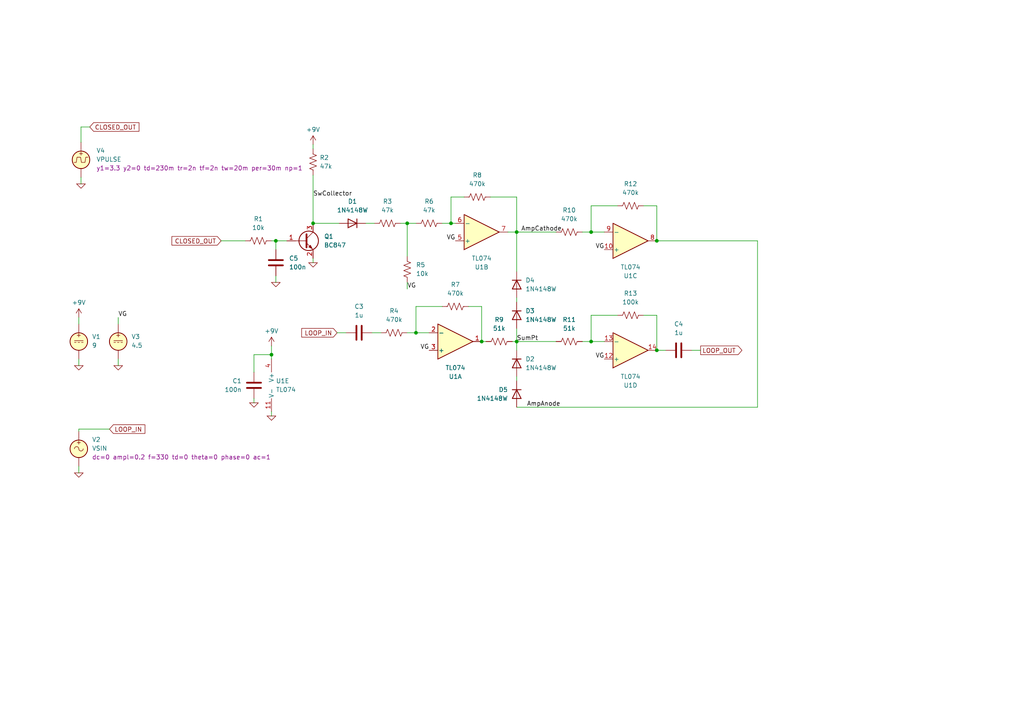
<source format=kicad_sch>
(kicad_sch (version 20250114) (generator "eeschema") (generator_version "9.0")
  (paper "A4")
  (lib_symbols
    (symbol "Amplifier_Operational:TL074" (pin_names (offset 0.127))
      (property "Reference" "U" (at 0 5.08 0))
      (property "Value" "TL074" (at 0 -5.08 0))
      (symbol "TL074_1_1"
        (polyline (pts (xy -5.08 5.08) (xy 5.08 0) (xy -5.08 -5.08) (xy -5.08 5.08)) (stroke (width 0.254)) (fill (type background)))
        (pin input line (at -7.62 2.54 0) (length 2.54) (name "+") (number "3"))
        (pin input line (at -7.62 -2.54 0) (length 2.54) (name "-") (number "2"))
        (pin output line (at 7.62 0 180) (length 2.54) (name "~") (number "1"))
      )
      (symbol "TL074_2_1"
        (polyline (pts (xy -5.08 5.08) (xy 5.08 0) (xy -5.08 -5.08) (xy -5.08 5.08)) (stroke (width 0.254)) (fill (type background)))
        (pin input line (at -7.62 2.54 0) (length 2.54) (name "+") (number "5"))
        (pin input line (at -7.62 -2.54 0) (length 2.54) (name "-") (number "6"))
        (pin output line (at 7.62 0 180) (length 2.54) (name "~") (number "7"))
      )
      (symbol "TL074_3_1"
        (polyline (pts (xy -5.08 5.08) (xy 5.08 0) (xy -5.08 -5.08) (xy -5.08 5.08)) (stroke (width 0.254)) (fill (type background)))
        (pin input line (at -7.62 2.54 0) (length 2.54) (name "+") (number "10"))
        (pin input line (at -7.62 -2.54 0) (length 2.54) (name "-") (number "9"))
        (pin output line (at 7.62 0 180) (length 2.54) (name "~") (number "8"))
      )
      (symbol "TL074_4_1"
        (polyline (pts (xy -5.08 5.08) (xy 5.08 0) (xy -5.08 -5.08) (xy -5.08 5.08)) (stroke (width 0.254)) (fill (type background)))
        (pin input line (at -7.62 2.54 0) (length 2.54) (name "+") (number "12"))
        (pin input line (at -7.62 -2.54 0) (length 2.54) (name "-") (number "13"))
        (pin output line (at 7.62 0 180) (length 2.54) (name "~") (number "14"))
      )
      (symbol "TL074_5_1"
        (pin power_in line (at -2.54 7.62 270) (length 3.81) (name "V+") (number "4"))
        (pin power_in line (at -2.54 -7.62 90) (length 3.81) (name "V-") (number "11"))
      )
    )
    (symbol "Device:C" (pin_numbers (hide yes)) (pin_names (offset 0.254))
      (property "Reference" "C" (at 0.635 2.54 0))
      (property "Value" "C" (at 0.635 -2.54 0))
      (symbol "C_0_1"
        (polyline (pts (xy -2.032 0.762) (xy 2.032 0.762)) (stroke (width 0.508)))
        (polyline (pts (xy -2.032 -0.762) (xy 2.032 -0.762)) (stroke (width 0.508)))
      )
      (symbol "C_1_1"
        (pin passive line (at 0 3.81 270) (length 2.794) (name "~") (number "1"))
        (pin passive line (at 0 -3.81 90) (length 2.794) (name "~") (number "2"))
      )
    )
    (symbol "Device:R_US" (pin_numbers (hide yes)) (pin_names (offset 0))
      (property "Reference" "R" (at 2.54 0 90))
      (property "Value" "R_US" (at -2.54 0 90))
      (symbol "R_US_0_1"
        (polyline (pts (xy 0 2.286) (xy 0 2.54)))
        (polyline (pts (xy 0 2.286) (xy 1.016 1.905) (xy 0 1.524) (xy -1.016 1.143) (xy 0 0.762)))
        (polyline (pts (xy 0 0.762) (xy 1.016 0.381) (xy 0 0) (xy -1.016 -0.381) (xy 0 -0.762)))
        (polyline (pts (xy 0 -0.762) (xy 1.016 -1.143) (xy 0 -1.524) (xy -1.016 -1.905) (xy 0 -2.286)))
        (polyline (pts (xy 0 -2.286) (xy 0 -2.54)))
      )
      (symbol "R_US_1_1"
        (pin passive line (at 0 3.81 270) (length 1.27) (name "~") (number "1"))
        (pin passive line (at 0 -3.81 90) (length 1.27) (name "~") (number "2"))
      )
    )
    (symbol "Diode:1N4148W" (pin_numbers (hide yes)) (pin_names (hide yes))
      (property "Reference" "D" (at 0 2.54 0))
      (property "Value" "1N4148W" (at 0 -2.54 0))
      (symbol "1N4148W_0_1"
        (polyline (pts (xy -1.27 1.27) (xy -1.27 -1.27)) (stroke (width 0.254)))
        (polyline (pts (xy 1.27 1.27) (xy 1.27 -1.27) (xy -1.27 0) (xy 1.27 1.27)) (stroke (width 0.254)))
        (polyline (pts (xy 1.27 0) (xy -1.27 0)))
      )
      (symbol "1N4148W_1_1"
        (pin passive line (at -3.81 0 0) (length 2.54) (name "K") (number "1"))
        (pin passive line (at 3.81 0 180) (length 2.54) (name "A") (number "2"))
      )
    )
    (symbol "PCM_4ms_Power-symbol:+9V" (power) (pin_names (offset 0))
      (property "Value" "+9V" (at 0 3.556 0))
      (symbol "+9V_0_1"
        (polyline (pts (xy -0.762 1.27) (xy 0 2.54)))
        (polyline (pts (xy 0 2.54) (xy 0.762 1.27)))
        (polyline (pts (xy 0 0) (xy 0 2.54)))
      )
      (symbol "+9V_1_1"
        (pin power_in line (at 0 0 90) (length 0) (hide yes) (name "+9V") (number "1"))
      )
    )
    (symbol "Simulation_SPICE:0" (power) (pin_numbers (hide yes)) (pin_names (offset 0) (hide yes))
      (symbol "0_0_1"
        (polyline (pts (xy -1.27 0) (xy 0 -1.27) (xy 1.27 0) (xy -1.27 0)))
      )
      (symbol "0_1_1"
        (pin power_in line (at 0 0 0) (length 0) (name "~") (number "1"))
      )
    )
    (symbol "Simulation_SPICE:VDC" (pin_numbers (hide yes)) (pin_names (offset 0.0254))
      (property "Reference" "V" (at 2.54 2.54 0))
      (property "Value" "1" (at 2.54 0 0))
      (symbol "VDC_0_0"
        (polyline (pts (xy -1.27 0.254) (xy 1.27 0.254)))
        (polyline (pts (xy -0.762 -0.254) (xy -1.27 -0.254)))
        (polyline (pts (xy 0.254 -0.254) (xy -0.254 -0.254)))
        (polyline (pts (xy 1.27 -0.254) (xy 0.762 -0.254)))
        (text "+" (at 0 1.905 0) (effects (font (size 1.27 1.27))))
      )
      (symbol "VDC_0_1"
        (circle (center 0 0) (radius 2.54) (stroke (width 0.254)) (fill (type background)))
      )
      (symbol "VDC_1_1"
        (pin passive line (at 0 5.08 270) (length 2.54) (name "~") (number "1"))
        (pin passive line (at 0 -5.08 90) (length 2.54) (name "~") (number "2"))
      )
    )
    (symbol "Simulation_SPICE:VPULSE" (pin_numbers (hide yes)) (pin_names (offset 0.0254))
      (property "Reference" "V" (at 2.54 2.54 0))
      (property "Value" "VPULSE" (at 2.54 0 0))
      (property "Sim.Params" "y1=0 y2=1 td=2n tr=2n tf=2n tw=50n per=100n" (at 2.54 -2.54 0))
      (symbol "VPULSE_0_0"
        (polyline (pts (xy -2.032 -0.762) (xy -1.397 -0.762) (xy -1.143 0.762) (xy -0.127 0.762) (xy 0.127 -0.762) (xy 1.143 -0.762) (xy 1.397 0.762) (xy 2.032 0.762)))
        (text "+" (at 0 1.905 0) (effects (font (size 1.27 1.27))))
      )
      (symbol "VPULSE_0_1"
        (circle (center 0 0) (radius 2.54) (stroke (width 0.254)) (fill (type background)))
      )
      (symbol "VPULSE_1_1"
        (pin passive line (at 0 5.08 270) (length 2.54) (name "~") (number "1"))
        (pin passive line (at 0 -5.08 90) (length 2.54) (name "~") (number "2"))
      )
    )
    (symbol "Simulation_SPICE:VSIN" (pin_numbers (hide yes)) (pin_names (offset 0.0254))
      (property "Reference" "V" (at 2.54 2.54 0))
      (property "Value" "VSIN" (at 2.54 0 0))
      (property "Sim.Params" "dc=0 ampl=1 f=1k ac=1" (at 2.54 -2.54 0))
      (symbol "VSIN_0_0"
        (arc (start -1.27 0) (mid -0.635 0.6323) (end 0 0))
        (arc (start 1.27 0) (mid 0.635 -0.6323) (end 0 0))
        (text "+" (at 0 1.905 0) (effects (font (size 1.27 1.27))))
      )
      (symbol "VSIN_0_1"
        (circle (center 0 0) (radius 2.54) (stroke (width 0.254)) (fill (type background)))
      )
      (symbol "VSIN_1_1"
        (pin passive line (at 0 5.08 270) (length 2.54) (name "~") (number "1"))
        (pin passive line (at 0 -5.08 90) (length 2.54) (name "~") (number "2"))
      )
    )
    (symbol "Transistor_BJT:BC847" (pin_names (offset 0) (hide yes))
      (property "Reference" "Q" (at 5.08 1.905 0))
      (property "Value" "BC847" (at 5.08 0 0))
      (symbol "BC847_0_1"
        (polyline (pts (xy -2.54 0) (xy 0.635 0)))
        (polyline (pts (xy 0.635 1.905) (xy 0.635 -1.905)) (stroke (width 0.508)))
        (circle (center 1.27 0) (radius 2.8194) (stroke (width 0.254)))
      )
      (symbol "BC847_1_1"
        (polyline (pts (xy 0.635 0.635) (xy 2.54 2.54)))
        (polyline (pts (xy 0.635 -0.635) (xy 2.54 -2.54)))
        (polyline (pts (xy 1.27 -1.778) (xy 1.778 -1.27) (xy 2.286 -2.286) (xy 1.27 -1.778)) (fill (type outline)))
        (pin input line (at -5.08 0 0) (length 2.54) (name "B") (number "1"))
        (pin passive line (at 2.54 5.08 270) (length 2.54) (name "C") (number "3"))
        (pin passive line (at 2.54 -5.08 90) (length 2.54) (name "E") (number "2"))
      )
    )
  )
  (junction (at 171.45 99.06))
  (junction (at 130.81 64.77))
  (junction (at 90.805 64.77))
  (junction (at 78.74 102.87))
  (junction (at 80.01 69.85))
  (junction (at 120.65 96.52))
  (junction (at 149.86 67.31))
  (junction (at 190.5 69.85))
  (junction (at 139.7 99.06))
  (junction (at 149.86 99.06))
  (junction (at 118.11 64.77))
  (junction (at 171.45 67.31))
  (junction (at 190.5 101.6))
  (wire (pts (xy 171.45 67.31) (xy 175.26 67.31)))
  (wire (pts (xy 134.62 57.15) (xy 130.81 57.15)))
  (wire (pts (xy 120.65 88.9) (xy 120.65 96.52)))
  (wire (pts (xy 80.01 69.85) (xy 80.01 72.39)))
  (wire (pts (xy 149.86 67.31) (xy 161.29 67.31)))
  (wire (pts (xy 128.27 64.77) (xy 130.81 64.77)))
  (wire (pts (xy 78.74 102.87) (xy 78.74 104.14)))
  (wire (pts (xy 90.805 50.8) (xy 90.805 64.77)))
  (wire (pts (xy 149.86 67.31) (xy 149.86 78.74)))
  (wire (pts (xy 118.11 96.52) (xy 120.65 96.52)))
  (wire (pts (xy 22.86 104.14) (xy 22.86 106.045)))
  (wire (pts (xy 78.74 100.33) (xy 78.74 102.87)))
  (wire (pts (xy 90.805 41.91) (xy 90.805 43.18)))
  (wire (pts (xy 147.32 67.31) (xy 149.86 67.31)))
  (wire (pts (xy 73.66 102.87) (xy 78.74 102.87)))
  (wire (pts (xy 149.86 95.25) (xy 149.86 99.06)))
  (wire (pts (xy 135.89 88.9) (xy 139.7 88.9)))
  (wire (pts (xy 190.5 69.85) (xy 219.71 69.85)))
  (wire (pts (xy 118.11 64.77) (xy 120.65 64.77)))
  (wire (pts (xy 149.86 109.22) (xy 149.86 110.49)))
  (wire (pts (xy 26.035 36.83) (xy 23.495 36.83)))
  (wire (pts (xy 148.59 99.06) (xy 149.86 99.06)))
  (wire (pts (xy 168.91 99.06) (xy 171.45 99.06)))
  (wire (pts (xy 22.86 135.255) (xy 22.86 137.16)))
  (wire (pts (xy 171.45 91.44) (xy 171.45 99.06)))
  (wire (pts (xy 128.27 88.9) (xy 120.65 88.9)))
  (wire (pts (xy 118.11 64.77) (xy 118.11 74.295)))
  (wire (pts (xy 23.495 51.435) (xy 23.495 53.34)))
  (wire (pts (xy 219.71 118.11) (xy 149.86 118.11)))
  (wire (pts (xy 139.7 88.9) (xy 139.7 99.06)))
  (wire (pts (xy 107.95 96.52) (xy 110.49 96.52)))
  (wire (pts (xy 64.135 69.85) (xy 71.12 69.85)))
  (wire (pts (xy 22.86 124.46) (xy 22.86 125.095)))
  (wire (pts (xy 149.86 99.06) (xy 149.86 101.6)))
  (wire (pts (xy 120.65 96.52) (xy 124.46 96.52)))
  (wire (pts (xy 90.805 64.77) (xy 98.425 64.77)))
  (wire (pts (xy 179.07 59.69) (xy 171.45 59.69)))
  (wire (pts (xy 179.07 91.44) (xy 171.45 91.44)))
  (wire (pts (xy 31.75 124.46) (xy 22.86 124.46)))
  (wire (pts (xy 219.71 69.85) (xy 219.71 118.11)))
  (wire (pts (xy 149.86 86.36) (xy 149.86 87.63)))
  (wire (pts (xy 78.74 69.85) (xy 80.01 69.85)))
  (wire (pts (xy 168.91 67.31) (xy 171.45 67.31)))
  (wire (pts (xy 34.29 92.075) (xy 34.29 93.98)))
  (wire (pts (xy 23.495 36.83) (xy 23.495 41.275)))
  (wire (pts (xy 149.86 57.15) (xy 149.86 67.31)))
  (wire (pts (xy 186.69 59.69) (xy 190.5 59.69)))
  (wire (pts (xy 130.81 64.77) (xy 132.08 64.77)))
  (wire (pts (xy 22.86 92.075) (xy 22.86 93.98)))
  (wire (pts (xy 190.5 101.6) (xy 193.04 101.6)))
  (wire (pts (xy 90.805 74.93) (xy 90.805 76.2)))
  (wire (pts (xy 97.79 96.52) (xy 100.33 96.52)))
  (wire (pts (xy 142.24 57.15) (xy 149.86 57.15)))
  (wire (pts (xy 34.29 104.14) (xy 34.29 106.045)))
  (wire (pts (xy 118.11 81.915) (xy 118.11 83.82)))
  (wire (pts (xy 106.045 64.77) (xy 108.585 64.77)))
  (wire (pts (xy 171.45 59.69) (xy 171.45 67.31)))
  (wire (pts (xy 116.205 64.77) (xy 118.11 64.77)))
  (wire (pts (xy 80.01 69.85) (xy 83.185 69.85)))
  (wire (pts (xy 80.01 80.01) (xy 80.01 81.915)))
  (wire (pts (xy 171.45 99.06) (xy 175.26 99.06)))
  (wire (pts (xy 190.5 59.69) (xy 190.5 69.85)))
  (wire (pts (xy 73.66 107.95) (xy 73.66 102.87)))
  (wire (pts (xy 78.74 119.38) (xy 78.74 120.65)))
  (wire (pts (xy 190.5 91.44) (xy 190.5 101.6)))
  (wire (pts (xy 130.81 57.15) (xy 130.81 64.77)))
  (wire (pts (xy 139.7 99.06) (xy 140.97 99.06)))
  (wire (pts (xy 73.66 115.57) (xy 73.66 116.84)))
  (wire (pts (xy 149.86 99.06) (xy 161.29 99.06)))
  (wire (pts (xy 200.66 101.6) (xy 203.2 101.6)))
  (wire (pts (xy 186.69 91.44) (xy 190.5 91.44)))
  (label "VG" (at 175.26 104.14 180))
  (label "SumPt" (at 149.86 99.06 0))
  (label "VG" (at 175.26 72.39 180))
  (label "VG" (at 118.11 83.82 0))
  (label "VG" (at 132.08 69.85 180) (effects (font (thickness 0.1588))))
  (label "AmpAnode" (at 162.56 118.11 180) (effects (font (thickness 0.1588))))
  (label "AmpCathode" (at 151.13 67.31 0))
  (label "SwCollector" (at 90.805 57.15 0))
  (label "VG" (at 34.29 92.075 0))
  (label "VG" (at 124.46 101.6 180))
  (global_label "CLOSED_OUT" (shape input) (at 64.135 69.85 180) (property "Intersheetrefs" "${INTERSHEET_REFS}" (effects (hide yes))))
  (global_label "LOOP_IN" (shape input) (at 31.75 124.46 0) (property "Intersheetrefs" "${INTERSHEET_REFS}" (effects (hide yes))))
  (global_label "CLOSED_OUT" (shape input) (at 26.035 36.83 0) (property "Intersheetrefs" "${INTERSHEET_REFS}" (effects (hide yes))))
  (global_label "LOOP_IN" (shape input) (at 97.79 96.52 180) (property "Intersheetrefs" "${INTERSHEET_REFS}" (effects (hide yes))))
  (global_label "LOOP_OUT" (shape output) (at 203.2 101.6 0) (property "Intersheetrefs" "${INTERSHEET_REFS}" (effects (hide yes))))
  (symbol (lib_id "Device:R_US") (at 165.1 99.06 90) (unit 1)
    (property "Reference" "R11" (at 165.1 92.71 90))
    (property "Value" "51k" (at 165.1 95.25 90))
    (property "Footprint" "Resistor_SMD:R_0805_2012Metric" (effects (hide yes)))
    (property "Description" "Resistor, US symbol" (effects (hide yes)))
  )
  (symbol (lib_id "Diode:1N4148W") (at 149.86 82.55 270) (unit 1)
    (property "Reference" "D4" (at 152.4 81.2799 90) (effects (justify left)))
    (property "Value" "1N4148W" (at 152.4 83.8199 90) (effects (justify left)))
    (property "Footprint" "Diode_SMD:D_SOD-123" (effects (hide yes)))
    (property "Datasheet" "https://www.vishay.com/docs/85748/1n4148w.pdf" (effects (hide yes)))
    (property "Description" "75V 0.15A Fast Switching Diode, SOD-123" (effects (hide yes)))
    (property "Sim.Device" "SUBCKT" (effects (hide yes)))
    (property "Sim.Pins" "1=1 2=2" (effects (hide yes)))
    (property "Sim.Library" "1N4148.lib" (effects (hide yes)))
    (property "Sim.Name" "1N4148" (effects (hide yes)))
  )
  (symbol (lib_id "Diode:1N4148W") (at 149.86 91.44 270) (unit 1)
    (property "Reference" "D3" (at 152.4 90.1699 90) (effects (justify left)))
    (property "Value" "1N4148W" (at 152.4 92.7099 90) (effects (justify left)))
    (property "Footprint" "Diode_SMD:D_SOD-123" (effects (hide yes)))
    (property "Datasheet" "https://www.vishay.com/docs/85748/1n4148w.pdf" (effects (hide yes)))
    (property "Description" "75V 0.15A Fast Switching Diode, SOD-123" (effects (hide yes)))
    (property "Sim.Device" "SUBCKT" (effects (hide yes)))
    (property "Sim.Pins" "1=1 2=2" (effects (hide yes)))
    (property "Sim.Library" "1N4148.lib" (effects (hide yes)))
    (property "Sim.Name" "1N4148" (effects (hide yes)))
  )
  (symbol (lib_id "Device:R_US") (at 90.805 46.99 0) (unit 1)
    (property "Reference" "R2" (at 92.71 45.7199 0) (effects (justify left)))
    (property "Value" "47k" (at 92.71 48.2599 0) (effects (justify left)))
    (property "Footprint" "Resistor_SMD:R_0805_2012Metric" (effects (hide yes)))
    (property "Description" "Resistor, US symbol" (effects (hide yes)))
  )
  (symbol (lib_id "Device:R_US") (at 165.1 67.31 90) (unit 1)
    (property "Reference" "R10" (at 165.1 60.96 90))
    (property "Value" "470k" (at 165.1 63.5 90))
    (property "Footprint" "Resistor_SMD:R_0805_2012Metric" (effects (hide yes)))
    (property "Description" "Resistor, US symbol" (effects (hide yes)))
  )
  (symbol (lib_id "Amplifier_Operational:TL074") (at 139.7 67.31 0) (mirror x) (unit 2)
    (property "Reference" "U1" (at 139.7 77.47 0))
    (property "Value" "TL074" (at 139.7 74.93 0))
    (property "Datasheet" "http://www.ti.com/lit/ds/symlink/tl071.pdf" (effects (hide yes)))
    (property "Description" "Quad Low-Noise JFET-Input Operational Amplifiers, DIP-14/SOIC-14" (effects (hide yes)))
    (property "Sim.Library" "tl074-quad.cir" (effects (hide yes)))
    (property "Sim.Name" "TL074c" (effects (hide yes)))
    (property "Sim.Device" "SUBCKT" (effects (hide yes)))
    (property "Sim.Pins" "1=1 2=2 3=3 4=4 5=5 6=6 7=7 8=8 9=9 10=10 11=11 12=12 13=13 14=14" (effects (hide yes)))
  )
  (symbol (lib_id "Device:C") (at 73.66 111.76 0) (unit 1)
    (property "Reference" "C1" (at 70.104 110.4899 0) (effects (justify right)))
    (property "Value" "100n" (at 70.104 113.0299 0) (effects (justify right)))
    (property "Footprint" "Capacitor_SMD:C_0805_2012Metric" (effects (hide yes)))
    (property "Description" "Unpolarized capacitor" (effects (hide yes)))
  )
  (symbol (lib_id "Device:R_US") (at 114.3 96.52 90) (unit 1)
    (property "Reference" "R4" (at 114.3 90.17 90))
    (property "Value" "470k" (at 114.3 92.71 90))
    (property "Footprint" "Resistor_SMD:R_0805_2012Metric" (effects (hide yes)))
    (property "Description" "Resistor, US symbol" (effects (hide yes)))
  )
  (symbol (lib_id "Device:R_US") (at 74.93 69.85 90) (unit 1)
    (property "Reference" "R1" (at 74.93 63.5 90))
    (property "Value" "10k" (at 74.93 66.04 90))
    (property "Footprint" "Resistor_SMD:R_0805_2012Metric" (effects (hide yes)))
    (property "Description" "Resistor, US symbol" (effects (hide yes)))
  )
  (symbol (lib_id "Simulation_SPICE:VSIN") (at 22.86 130.175 0) (unit 1)
    (property "Reference" "V2" (at 26.67 127.5051 0) (effects (justify left)))
    (property "Value" "VSIN" (at 26.67 130.0451 0) (effects (justify left)))
    (property "Datasheet" "https://ngspice.sourceforge.io/docs/ngspice-html-manual/manual.xhtml#sec_Independent_Sources_for" (effects (hide yes)))
    (property "Description" "Voltage source, sinusoidal" (effects (hide yes)))
    (property "Sim.Pins" "1=+ 2=-" (effects (hide yes)))
    (property "Sim.Params" "dc=0 ampl=0.2 f=330 td=0 theta=0 phase=0 ac=1" (at 26.67 132.5851 0) (effects (justify left)))
    (property "Sim.Type" "SIN" (effects (hide yes)))
    (property "Sim.Device" "V" (effects (hide yes)))
  )
  (symbol (lib_id "Transistor_BJT:BC847") (at 88.265 69.85 0) (unit 1)
    (property "Reference" "Q1" (at 93.98 68.5799 0) (effects (justify left)))
    (property "Value" "BC847" (at 93.98 71.1199 0) (effects (justify left)))
    (property "Footprint" "Package_TO_SOT_SMD:SOT-23" (effects (hide yes)))
    (property "Datasheet" "http://www.infineon.com/dgdl/Infineon-BC847SERIES_BC848SERIES_BC849SERIES_BC850SERIES-DS-v01_01-en.pdf?fileId=db3a304314dca389011541d4630a1657" (effects (hide yes)))
    (property "Description" "0.1A Ic, 45V Vce, NPN Transistor, SOT-23" (effects (hide yes)))
    (property "Sim.Device" "NPN" (effects (hide yes)))
    (property "Sim.Pins" "1=B 2=E 3=C" (effects (hide yes)))
    (property "Sim.Library" "BC847B.lib" (effects (hide yes)))
    (property "Sim.Name" "DI_BC847B" (effects (hide yes)))
    (property "Sim.Type" "GUMMELPOON" (effects (hide yes)))
  )
  (symbol (lib_id "Device:R_US") (at 132.08 88.9 90) (unit 1)
    (property "Reference" "R7" (at 132.08 82.55 90))
    (property "Value" "470k" (at 132.08 85.09 90))
    (property "Footprint" "Resistor_SMD:R_0805_2012Metric" (effects (hide yes)))
    (property "Description" "Resistor, US symbol" (effects (hide yes)))
  )
  (symbol (lib_id "Simulation_SPICE:VPULSE") (at 23.495 46.355 0) (unit 1)
    (property "Reference" "V4" (at 27.94 43.6851 0) (effects (justify left)))
    (property "Value" "VPULSE" (at 27.94 46.2251 0) (effects (justify left)))
    (property "Datasheet" "https://ngspice.sourceforge.io/docs/ngspice-html-manual/manual.xhtml#sec_Independent_Sources_for" (effects (hide yes)))
    (property "Description" "Voltage source, pulse" (effects (hide yes)))
    (property "Sim.Pins" "1=+ 2=-" (effects (hide yes)))
    (property "Sim.Type" "PULSE" (effects (hide yes)))
    (property "Sim.Device" "V" (effects (hide yes)))
    (property "Sim.Params" "y1=3.3 y2=0 td=230m tr=2n tf=2n tw=20m per=30m np=1" (at 27.94 48.7651 0) (effects (justify left)))
  )
  (symbol (lib_id "Simulation_SPICE:0") (at 34.29 106.045 0) (unit 1)
    (property "Reference" "#GND03" (effects (hide yes)))
    (property "Value" "0" (effects (hide yes)))
    (property "Datasheet" "https://ngspice.sourceforge.io/docs/ngspice-html-manual/manual.xhtml#subsec_Circuit_elements__device" (effects (hide yes)))
    (property "Description" "0V reference potential for simulation" (effects (hide yes)))
  )
  (symbol (lib_id "PCM_4ms_Power-symbol:+9V") (at 22.86 92.075 0) (unit 1)
    (property "Reference" "#PWR01" (effects (hide yes)))
    (property "Value" "+9V" (at 22.86 87.757 0))
    (property "Description" "Power symbol creates a global label with name \"+9V\"" (effects (hide yes)))
  )
  (symbol (lib_id "PCM_4ms_Power-symbol:+9V") (at 78.74 100.33 0) (unit 1)
    (property "Reference" "#PWR06" (effects (hide yes)))
    (property "Value" "+9V" (at 78.74 96.012 0))
    (property "Description" "Power symbol creates a global label with name \"+9V\"" (effects (hide yes)))
  )
  (symbol (lib_id "Amplifier_Operational:TL074") (at 182.88 69.85 0) (mirror x) (unit 3)
    (property "Reference" "U1" (at 182.88 80.01 0))
    (property "Value" "TL074" (at 182.88 77.47 0))
    (property "Datasheet" "http://www.ti.com/lit/ds/symlink/tl071.pdf" (effects (hide yes)))
    (property "Description" "Quad Low-Noise JFET-Input Operational Amplifiers, DIP-14/SOIC-14" (effects (hide yes)))
    (property "Sim.Library" "tl074-quad.cir" (effects (hide yes)))
    (property "Sim.Name" "TL074c" (effects (hide yes)))
    (property "Sim.Device" "SUBCKT" (effects (hide yes)))
    (property "Sim.Pins" "1=1 2=2 3=3 4=4 5=5 6=6 7=7 8=8 9=9 10=10 11=11 12=12 13=13 14=14" (effects (hide yes)))
  )
  (symbol (lib_id "Device:C") (at 196.85 101.6 90) (unit 1)
    (property "Reference" "C4" (at 196.85 93.98 90))
    (property "Value" "1u" (at 196.85 96.52 90))
    (property "Footprint" "Capacitor_SMD:C_0805_2012Metric" (effects (hide yes)))
    (property "Description" "Unpolarized capacitor" (effects (hide yes)))
  )
  (symbol (lib_id "Simulation_SPICE:0") (at 90.805 76.2 0) (unit 1)
    (property "Reference" "#GND07" (effects (hide yes)))
    (property "Value" "0" (effects (hide yes)))
    (property "Datasheet" "https://ngspice.sourceforge.io/docs/ngspice-html-manual/manual.xhtml#subsec_Circuit_elements__device" (effects (hide yes)))
    (property "Description" "0V reference potential for simulation" (effects (hide yes)))
  )
  (symbol (lib_id "PCM_4ms_Power-symbol:+9V") (at 90.805 41.91 0) (unit 1)
    (property "Reference" "#PWR08" (effects (hide yes)))
    (property "Value" "+9V" (at 90.805 37.592 0))
    (property "Description" "Power symbol creates a global label with name \"+9V\"" (effects (hide yes)))
  )
  (symbol (lib_id "Diode:1N4148W") (at 102.235 64.77 180) (unit 1)
    (property "Reference" "D1" (at 102.235 58.42 0))
    (property "Value" "1N4148W" (at 102.235 60.96 0))
    (property "Footprint" "Diode_SMD:D_SOD-123" (effects (hide yes)))
    (property "Datasheet" "https://www.vishay.com/docs/85748/1n4148w.pdf" (effects (hide yes)))
    (property "Description" "75V 0.15A Fast Switching Diode, SOD-123" (effects (hide yes)))
    (property "Sim.Device" "SUBCKT" (effects (hide yes)))
    (property "Sim.Pins" "1=1 2=2" (effects (hide yes)))
    (property "Sim.Library" "1N4148.lib" (effects (hide yes)))
    (property "Sim.Name" "1N4148" (effects (hide yes)))
  )
  (symbol (lib_id "Device:R_US") (at 144.78 99.06 90) (unit 1)
    (property "Reference" "R9" (at 144.78 92.71 90))
    (property "Value" "51k" (at 144.78 95.25 90))
    (property "Footprint" "Resistor_SMD:R_0805_2012Metric" (effects (hide yes)))
    (property "Description" "Resistor, US symbol" (effects (hide yes)))
  )
  (symbol (lib_id "Device:R_US") (at 182.88 91.44 90) (unit 1)
    (property "Reference" "R13" (at 182.88 85.09 90))
    (property "Value" "100k" (at 182.88 87.63 90))
    (property "Footprint" "Resistor_SMD:R_0805_2012Metric" (effects (hide yes)))
    (property "Description" "Resistor, US symbol" (effects (hide yes)))
  )
  (symbol (lib_id "Simulation_SPICE:0") (at 73.66 116.84 0) (unit 1)
    (property "Reference" "#GND05" (effects (hide yes)))
    (property "Value" "0" (effects (hide yes)))
    (property "Datasheet" "https://ngspice.sourceforge.io/docs/ngspice-html-manual/manual.xhtml#subsec_Circuit_elements__device" (effects (hide yes)))
    (property "Description" "0V reference potential for simulation" (effects (hide yes)))
  )
  (symbol (lib_id "Device:R_US") (at 182.88 59.69 90) (unit 1)
    (property "Reference" "R12" (at 182.88 53.34 90))
    (property "Value" "470k" (at 182.88 55.88 90))
    (property "Footprint" "Resistor_SMD:R_0805_2012Metric" (effects (hide yes)))
    (property "Description" "Resistor, US symbol" (effects (hide yes)))
  )
  (symbol (lib_id "Device:C") (at 80.01 76.2 0) (unit 1)
    (property "Reference" "C5" (at 83.82 74.9299 0) (effects (justify left)))
    (property "Value" "100n" (at 83.82 77.4699 0) (effects (justify left)))
    (property "Description" "Unpolarized capacitor" (effects (hide yes)))
  )
  (symbol (lib_id "Diode:1N4148W") (at 149.86 114.3 270) (unit 1)
    (property "Reference" "D5" (at 147.32 113.0299 90) (effects (justify right)))
    (property "Value" "1N4148W" (at 147.32 115.5699 90) (effects (justify right)))
    (property "Footprint" "Diode_SMD:D_SOD-123" (effects (hide yes)))
    (property "Datasheet" "https://www.vishay.com/docs/85748/1n4148w.pdf" (effects (hide yes)))
    (property "Description" "75V 0.15A Fast Switching Diode, SOD-123" (effects (hide yes)))
    (property "Sim.Device" "SUBCKT" (effects (hide yes)))
    (property "Sim.Pins" "1=1 2=2" (effects (hide yes)))
    (property "Sim.Library" "1N4148.lib" (effects (hide yes)))
    (property "Sim.Name" "1N4148" (effects (hide yes)))
  )
  (symbol (lib_id "Diode:1N4148W") (at 149.86 105.41 270) (unit 1)
    (property "Reference" "D2" (at 152.4 104.1399 90) (effects (justify left)))
    (property "Value" "1N4148W" (at 152.4 106.6799 90) (effects (justify left)))
    (property "Footprint" "Diode_SMD:D_SOD-123" (effects (hide yes)))
    (property "Datasheet" "https://www.vishay.com/docs/85748/1n4148w.pdf" (effects (hide yes)))
    (property "Description" "75V 0.15A Fast Switching Diode, SOD-123" (effects (hide yes)))
    (property "Sim.Device" "SUBCKT" (effects (hide yes)))
    (property "Sim.Pins" "1=1 2=2" (effects (hide yes)))
    (property "Sim.Library" "1N4148.lib" (effects (hide yes)))
    (property "Sim.Name" "1N4148" (effects (hide yes)))
  )
  (symbol (lib_id "Simulation_SPICE:0") (at 23.495 53.34 0) (unit 1)
    (property "Reference" "#GND08" (effects (hide yes)))
    (property "Value" "0" (effects (hide yes)))
    (property "Datasheet" "https://ngspice.sourceforge.io/docs/ngspice-html-manual/manual.xhtml#subsec_Circuit_elements__device" (effects (hide yes)))
    (property "Description" "0V reference potential for simulation" (effects (hide yes)))
  )
  (symbol (lib_id "Amplifier_Operational:TL074") (at 81.28 111.76 0) (unit 5)
    (property "Reference" "U1" (at 80.01 110.4899 0) (effects (justify left)))
    (property "Value" "TL074" (at 80.01 113.0299 0) (effects (justify left)))
    (property "Datasheet" "http://www.ti.com/lit/ds/symlink/tl071.pdf" (effects (hide yes)))
    (property "Description" "Quad Low-Noise JFET-Input Operational Amplifiers, DIP-14/SOIC-14" (effects (hide yes)))
    (property "Sim.Library" "tl074-quad.cir" (effects (hide yes)))
    (property "Sim.Name" "TL074c" (effects (hide yes)))
    (property "Sim.Device" "SUBCKT" (effects (hide yes)))
    (property "Sim.Pins" "1=1 2=2 3=3 4=4 5=5 6=6 7=7 8=8 9=9 10=10 11=11 12=12 13=13 14=14" (effects (hide yes)))
  )
  (symbol (lib_id "Simulation_SPICE:VDC") (at 34.29 99.06 0) (unit 1)
    (property "Reference" "V3" (at 38.1 97.6601 0) (effects (justify left)))
    (property "Value" "4.5" (at 38.1 100.2001 0) (effects (justify left)))
    (property "Datasheet" "https://ngspice.sourceforge.io/docs/ngspice-html-manual/manual.xhtml#sec_Independent_Sources_for" (effects (hide yes)))
    (property "Description" "Voltage source, DC" (effects (hide yes)))
    (property "Sim.Pins" "1=+ 2=-" (effects (hide yes)))
    (property "Sim.Type" "DC" (effects (hide yes)))
    (property "Sim.Device" "V" (effects (hide yes)))
  )
  (symbol (lib_id "Simulation_SPICE:0") (at 22.86 137.16 0) (unit 1)
    (property "Reference" "#GND02" (effects (hide yes)))
    (property "Value" "0" (effects (hide yes)))
    (property "Datasheet" "https://ngspice.sourceforge.io/docs/ngspice-html-manual/manual.xhtml#subsec_Circuit_elements__device" (effects (hide yes)))
    (property "Description" "0V reference potential for simulation" (effects (hide yes)))
  )
  (symbol (lib_id "Simulation_SPICE:0") (at 78.74 120.65 0) (unit 1)
    (property "Reference" "#GND04" (effects (hide yes)))
    (property "Value" "0" (effects (hide yes)))
    (property "Datasheet" "https://ngspice.sourceforge.io/docs/ngspice-html-manual/manual.xhtml#subsec_Circuit_elements__device" (effects (hide yes)))
    (property "Description" "0V reference potential for simulation" (effects (hide yes)))
  )
  (symbol (lib_id "Device:R_US") (at 124.46 64.77 90) (unit 1)
    (property "Reference" "R6" (at 124.46 58.42 90))
    (property "Value" "47k" (at 124.46 60.96 90))
    (property "Footprint" "Resistor_SMD:R_0805_2012Metric" (effects (hide yes)))
    (property "Description" "Resistor, US symbol" (effects (hide yes)))
  )
  (symbol (lib_id "Device:R_US") (at 112.395 64.77 90) (unit 1)
    (property "Reference" "R3" (at 112.395 58.42 90))
    (property "Value" "47k" (at 112.395 60.96 90))
    (property "Footprint" "Resistor_SMD:R_0805_2012Metric" (effects (hide yes)))
    (property "Description" "Resistor, US symbol" (effects (hide yes)))
  )
  (symbol (lib_id "Amplifier_Operational:TL074") (at 132.08 99.06 0) (mirror x) (unit 1)
    (property "Reference" "U1" (at 132.08 109.22 0))
    (property "Value" "TL074" (at 132.08 106.68 0))
    (property "Datasheet" "http://www.ti.com/lit/ds/symlink/tl071.pdf" (effects (hide yes)))
    (property "Description" "Quad Low-Noise JFET-Input Operational Amplifiers, DIP-14/SOIC-14" (effects (hide yes)))
    (property "Sim.Library" "tl074-quad.cir" (effects (hide yes)))
    (property "Sim.Name" "TL074c" (effects (hide yes)))
    (property "Sim.Device" "SUBCKT" (effects (hide yes)))
    (property "Sim.Pins" "1=1 2=2 3=3 4=4 5=5 6=6 7=7 8=8 9=9 10=10 11=11 12=12 13=13 14=14" (effects (hide yes)))
  )
  (symbol (lib_id "Simulation_SPICE:0") (at 22.86 106.045 0) (unit 1)
    (property "Reference" "#GND01" (effects (hide yes)))
    (property "Value" "0" (effects (hide yes)))
    (property "Datasheet" "https://ngspice.sourceforge.io/docs/ngspice-html-manual/manual.xhtml#subsec_Circuit_elements__device" (effects (hide yes)))
    (property "Description" "0V reference potential for simulation" (effects (hide yes)))
  )
  (symbol (lib_id "Device:R_US") (at 118.11 78.105 0) (unit 1)
    (property "Reference" "R5" (at 120.65 76.8349 0) (effects (justify left)))
    (property "Value" "10k" (at 120.65 79.3749 0) (effects (justify left)))
    (property "Footprint" "Resistor_SMD:R_0805_2012Metric" (effects (hide yes)))
    (property "Description" "Resistor, US symbol" (effects (hide yes)))
  )
  (symbol (lib_id "Amplifier_Operational:TL074") (at 182.88 101.6 0) (mirror x) (unit 4)
    (property "Reference" "U1" (at 182.88 111.76 0))
    (property "Value" "TL074" (at 182.88 109.22 0))
    (property "Datasheet" "http://www.ti.com/lit/ds/symlink/tl071.pdf" (effects (hide yes)))
    (property "Description" "Quad Low-Noise JFET-Input Operational Amplifiers, DIP-14/SOIC-14" (effects (hide yes)))
    (property "Sim.Library" "tl074-quad.cir" (effects (hide yes)))
    (property "Sim.Name" "TL074c" (effects (hide yes)))
    (property "Sim.Device" "SUBCKT" (effects (hide yes)))
    (property "Sim.Pins" "1=1 2=2 3=3 4=4 5=5 6=6 7=7 8=8 9=9 10=10 11=11 12=12 13=13 14=14" (effects (hide yes)))
  )
  (symbol (lib_id "Simulation_SPICE:0") (at 80.01 81.915 0) (unit 1)
    (property "Reference" "#GND06" (effects (hide yes)))
    (property "Value" "0" (effects (hide yes)))
    (property "Datasheet" "https://ngspice.sourceforge.io/docs/ngspice-html-manual/manual.xhtml#subsec_Circuit_elements__device" (effects (hide yes)))
    (property "Description" "0V reference potential for simulation" (effects (hide yes)))
  )
  (symbol (lib_id "Device:C") (at 104.14 96.52 90) (unit 1)
    (property "Reference" "C3" (at 104.14 88.9 90))
    (property "Value" "1u" (at 104.14 91.44 90))
    (property "Footprint" "Capacitor_SMD:C_0805_2012Metric" (effects (hide yes)))
    (property "Description" "Unpolarized capacitor" (effects (hide yes)))
  )
  (symbol (lib_id "Device:R_US") (at 138.43 57.15 90) (unit 1)
    (property "Reference" "R8" (at 138.43 50.8 90))
    (property "Value" "470k" (at 138.43 53.34 90))
    (property "Footprint" "Resistor_SMD:R_0805_2012Metric" (effects (hide yes)))
    (property "Description" "Resistor, US symbol" (effects (hide yes)))
  )
  (symbol (lib_id "Simulation_SPICE:VDC") (at 22.86 99.06 0) (unit 1)
    (property "Reference" "V1" (at 26.67 97.6601 0) (effects (justify left)))
    (property "Value" "9" (at 26.67 100.2001 0) (effects (justify left)))
    (property "Datasheet" "https://ngspice.sourceforge.io/docs/ngspice-html-manual/manual.xhtml#sec_Independent_Sources_for" (effects (hide yes)))
    (property "Description" "Voltage source, DC" (effects (hide yes)))
    (property "Sim.Pins" "1=+ 2=-" (effects (hide yes)))
    (property "Sim.Type" "DC" (effects (hide yes)))
    (property "Sim.Device" "V" (effects (hide yes)))
  )
)
</source>
